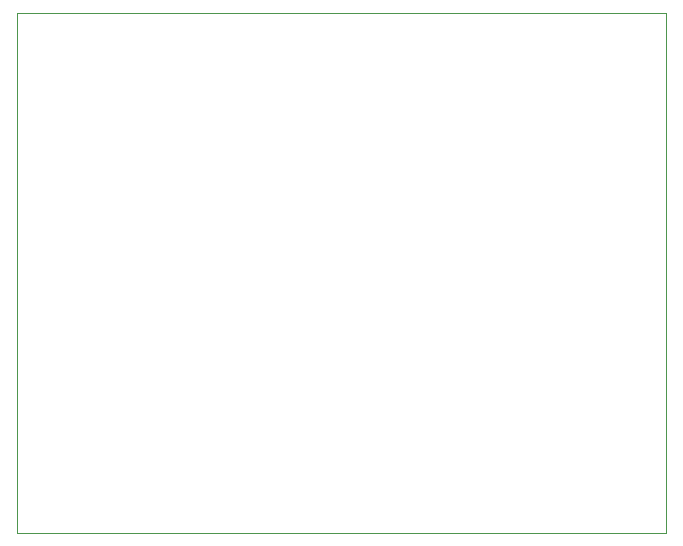
<source format=gm1>
%TF.GenerationSoftware,KiCad,Pcbnew,8.0.3*%
%TF.CreationDate,2024-06-30T18:20:56+08:00*%
%TF.ProjectId,Mini-K1-64,4d696e69-2d4b-4312-9d36-342e6b696361,rev?*%
%TF.SameCoordinates,Original*%
%TF.FileFunction,Profile,NP*%
%FSLAX46Y46*%
G04 Gerber Fmt 4.6, Leading zero omitted, Abs format (unit mm)*
G04 Created by KiCad (PCBNEW 8.0.3) date 2024-06-30 18:20:56*
%MOMM*%
%LPD*%
G01*
G04 APERTURE LIST*
%TA.AperFunction,Profile*%
%ADD10C,0.050000*%
%TD*%
G04 APERTURE END LIST*
D10*
X169160000Y-79675000D02*
X114160000Y-79675000D01*
X114160000Y-123675000D02*
X169160000Y-123675000D01*
X114160000Y-79675000D02*
X114160000Y-123675000D01*
X169160000Y-123675000D02*
X169160000Y-79675000D01*
M02*

</source>
